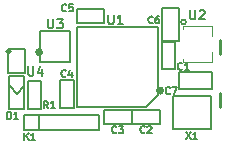
<source format=gto>
G04 #@! TF.GenerationSoftware,KiCad,Pcbnew,5.0.0-rc3+dfsg1-2*
G04 #@! TF.CreationDate,2018-08-20T10:01:45+09:00*
G04 #@! TF.ProjectId,fst-01,6673742D30312E6B696361645F706362,rev?*
G04 #@! TF.SameCoordinates,PX791ddc0PY5e69114*
G04 #@! TF.FileFunction,Legend,Top*
G04 #@! TF.FilePolarity,Positive*
%FSLAX46Y46*%
G04 Gerber Fmt 4.6, Leading zero omitted, Abs format (unit mm)*
G04 Created by KiCad (PCBNEW 5.0.0-rc3+dfsg1-2) date Mon Aug 20 10:01:45 2018*
%MOMM*%
%LPD*%
G01*
G04 APERTURE LIST*
%ADD10C,0.254000*%
%ADD11C,0.300000*%
%ADD12C,0.150000*%
%ADD13C,0.120000*%
%ADD14C,0.200000*%
%ADD15C,0.152400*%
%ADD16C,0.149860*%
G04 APERTURE END LIST*
D10*
G04 #@! TO.C,J1*
X0Y-1700000D02*
X0Y-2900000D01*
X0Y1600000D02*
X0Y2800000D01*
D11*
G04 #@! TO.C,U4*
X-17850000Y1800000D02*
G75*
G03X-17850000Y1800000I-100000J0D01*
G01*
D12*
X-17950000Y2000000D02*
X-16550000Y2000000D01*
X-16550000Y2000000D02*
X-16550000Y0D01*
X-16550000Y0D02*
X-17950000Y0D01*
X-17950000Y0D02*
X-17950000Y2000000D01*
D13*
G04 #@! TO.C,U2*
X-3130000Y1140000D02*
X-3130000Y940000D01*
X-3130000Y3940000D02*
X-3130000Y3740000D01*
D14*
X-2930000Y4290000D02*
G75*
G03X-2930000Y4290000I-200000J0D01*
G01*
D13*
X-730000Y940000D02*
X-3130000Y940000D01*
X-730000Y3940000D02*
X-3130000Y3940000D01*
X-730000Y3940000D02*
X-730000Y3090000D01*
X-730000Y940000D02*
X-730000Y1790000D01*
D12*
G04 #@! TO.C,U3*
X-12700000Y940000D02*
X-15300000Y940000D01*
X-15300000Y3540000D02*
X-12700000Y3540000D01*
D11*
X-15170000Y1740000D02*
G75*
G03X-15170000Y1740000I-180000J0D01*
G01*
D12*
X-12700000Y3540000D02*
X-12700000Y940000D01*
X-15300000Y3540000D02*
X-15300000Y940000D01*
G04 #@! TO.C,X1*
X-4030000Y-4780000D02*
X-4030000Y-1980000D01*
X-830000Y-4780000D02*
X-4030000Y-4780000D01*
X-830000Y-1980000D02*
X-830000Y-4780000D01*
X-4030000Y-1980000D02*
X-830000Y-1980000D01*
G04 #@! TO.C,D1*
X-16650000Y-1120000D02*
X-17250000Y-1820000D01*
X-17250000Y-1820000D02*
X-17850000Y-1120000D01*
X-17874840Y-3034140D02*
X-16625160Y-3034140D01*
X-16625160Y-3034140D02*
X-16625160Y-285860D01*
X-16625160Y-285860D02*
X-17874840Y-285860D01*
X-17874840Y-285860D02*
X-17874840Y-3034140D01*
G04 #@! TO.C,K1*
X-15367000Y-3543300D02*
X-15367000Y-4813300D01*
D15*
X-16637000Y-4813300D02*
X-16637000Y-3543300D01*
X-16637000Y-3543300D02*
X-10287000Y-3543300D01*
X-10274300Y-3543300D02*
X-10274300Y-4813300D01*
X-10287000Y-4813300D02*
X-16637000Y-4813300D01*
D12*
G04 #@! TO.C,U1*
X-6300000Y-2910000D02*
X-12100000Y-2910000D01*
X-12100000Y3890000D02*
X-5300000Y3890000D01*
X-12100000Y-2910000D02*
X-12100000Y3890000D01*
X-5300000Y-1910000D02*
X-5300000Y3890000D01*
X-6300000Y-2910000D02*
X-5300000Y-1910000D01*
D11*
X-4920000Y-1510000D02*
G75*
G03X-4920000Y-1510000I-180000J0D01*
G01*
D16*
G04 #@! TO.C,R1*
X-15175960Y-3036020D02*
X-16324040Y-3036020D01*
X-16324040Y-3036020D02*
X-16324040Y-683980D01*
X-16324040Y-683980D02*
X-15175960Y-683980D01*
X-15175960Y-683980D02*
X-15175960Y-3036020D01*
G04 #@! TO.C,C7*
X-3499540Y63900D02*
X-675060Y63900D01*
X-3499540Y-1383900D02*
X-3499540Y63900D01*
X-675060Y-1383900D02*
X-3499540Y-1383900D01*
X-675060Y63900D02*
X-675060Y-1383900D01*
G04 #@! TO.C,C1*
X-4974040Y2636020D02*
X-3825960Y2636020D01*
X-4974040Y283980D02*
X-4974040Y2636020D01*
X-3825960Y283980D02*
X-4974040Y283980D01*
X-3825960Y2636020D02*
X-3825960Y283980D01*
G04 #@! TO.C,C2*
X-5123980Y-3185960D02*
X-5123980Y-4334040D01*
X-7476020Y-3185960D02*
X-5123980Y-3185960D01*
X-7476020Y-4334040D02*
X-7476020Y-3185960D01*
X-5123980Y-4334040D02*
X-7476020Y-4334040D01*
G04 #@! TO.C,C5*
X-12176020Y4215960D02*
X-12176020Y5364040D01*
X-9823980Y4215960D02*
X-12176020Y4215960D01*
X-9823980Y5364040D02*
X-9823980Y4215960D01*
X-12176020Y5364040D02*
X-9823980Y5364040D01*
G04 #@! TO.C,C4*
X-12425960Y-2956020D02*
X-13574040Y-2956020D01*
X-12425960Y-603980D02*
X-12425960Y-2956020D01*
X-13574040Y-603980D02*
X-12425960Y-603980D01*
X-13574040Y-2956020D02*
X-13574040Y-603980D01*
G04 #@! TO.C,C3*
X-7523980Y-3185960D02*
X-7523980Y-4334040D01*
X-9876020Y-3185960D02*
X-7523980Y-3185960D01*
X-9876020Y-4334040D02*
X-9876020Y-3185960D01*
X-7523980Y-4334040D02*
X-9876020Y-4334040D01*
G04 #@! TO.C,C6*
X-3526100Y5499540D02*
X-3526100Y2675060D01*
X-4973900Y5499540D02*
X-3526100Y5499540D01*
X-4973900Y2675060D02*
X-4973900Y5499540D01*
X-3526100Y2675060D02*
X-4973900Y2675060D01*
G04 #@! TO.C,U4*
D12*
X-16281324Y549396D02*
X-16281324Y-98223D01*
X-16243229Y-174414D01*
X-16205134Y-212509D01*
X-16128943Y-250604D01*
X-15976562Y-250604D01*
X-15900372Y-212509D01*
X-15862277Y-174414D01*
X-15824181Y-98223D01*
X-15824181Y549396D01*
X-15100372Y282729D02*
X-15100372Y-250604D01*
X-15290848Y587491D02*
X-15481324Y16062D01*
X-14986086Y16062D01*
G04 #@! TO.C,U2*
X-2564924Y5316496D02*
X-2564924Y4668877D01*
X-2526829Y4592686D01*
X-2488734Y4554591D01*
X-2412543Y4516496D01*
X-2260162Y4516496D01*
X-2183972Y4554591D01*
X-2145877Y4592686D01*
X-2107781Y4668877D01*
X-2107781Y5316496D01*
X-1764924Y5240305D02*
X-1726829Y5278400D01*
X-1650639Y5316496D01*
X-1460162Y5316496D01*
X-1383972Y5278400D01*
X-1345877Y5240305D01*
X-1307781Y5164115D01*
X-1307781Y5087924D01*
X-1345877Y4973639D01*
X-1803020Y4516496D01*
X-1307781Y4516496D01*
G04 #@! TO.C,U3*
D15*
X-14605000Y4556450D02*
X-14605000Y3908750D01*
X-14566900Y3832550D01*
X-14528800Y3794450D01*
X-14452600Y3756350D01*
X-14300200Y3756350D01*
X-14224000Y3794450D01*
X-14185900Y3832550D01*
X-14147800Y3908750D01*
X-14147800Y4556450D01*
X-13843000Y4556450D02*
X-13347700Y4556450D01*
X-13614400Y4251650D01*
X-13500100Y4251650D01*
X-13423900Y4213550D01*
X-13385800Y4175450D01*
X-13347700Y4099250D01*
X-13347700Y3908750D01*
X-13385800Y3832550D01*
X-13423900Y3794450D01*
X-13500100Y3756350D01*
X-13728700Y3756350D01*
X-13804900Y3794450D01*
X-13843000Y3832550D01*
G04 #@! TO.C,X1*
D12*
X-2897935Y-5030088D02*
X-2497935Y-5630088D01*
X-2497935Y-5030088D02*
X-2897935Y-5630088D01*
X-1955078Y-5630088D02*
X-2297935Y-5630088D01*
X-2126506Y-5630088D02*
X-2126506Y-5030088D01*
X-2183649Y-5115802D01*
X-2240792Y-5172945D01*
X-2297935Y-5201517D01*
G04 #@! TO.C,D1*
X-18042658Y-3922828D02*
X-18042658Y-3322828D01*
X-17899800Y-3322828D01*
X-17814086Y-3351400D01*
X-17756943Y-3408542D01*
X-17728372Y-3465685D01*
X-17699800Y-3579971D01*
X-17699800Y-3665685D01*
X-17728372Y-3779971D01*
X-17756943Y-3837114D01*
X-17814086Y-3894257D01*
X-17899800Y-3922828D01*
X-18042658Y-3922828D01*
X-17128372Y-3922828D02*
X-17471229Y-3922828D01*
X-17299800Y-3922828D02*
X-17299800Y-3322828D01*
X-17356943Y-3408542D01*
X-17414086Y-3465685D01*
X-17471229Y-3494257D01*
G04 #@! TO.C,K1*
X-16584558Y-5668928D02*
X-16584558Y-5068928D01*
X-16241700Y-5668928D02*
X-16498843Y-5326071D01*
X-16241700Y-5068928D02*
X-16584558Y-5411785D01*
X-15670272Y-5668928D02*
X-16013129Y-5668928D01*
X-15841700Y-5668928D02*
X-15841700Y-5068928D01*
X-15898843Y-5154642D01*
X-15955986Y-5211785D01*
X-16013129Y-5240357D01*
G04 #@! TO.C,U1*
D15*
X-9504828Y4900581D02*
X-9504828Y4252881D01*
X-9466728Y4176681D01*
X-9428628Y4138581D01*
X-9352428Y4100481D01*
X-9200028Y4100481D01*
X-9123828Y4138581D01*
X-9085728Y4176681D01*
X-9047628Y4252881D01*
X-9047628Y4900581D01*
X-8247528Y4100481D02*
X-8704728Y4100481D01*
X-8476128Y4100481D02*
X-8476128Y4900581D01*
X-8552328Y4786281D01*
X-8628528Y4710081D01*
X-8704728Y4671981D01*
G04 #@! TO.C,R1*
D12*
X-14591500Y-3008428D02*
X-14791500Y-2722714D01*
X-14934358Y-3008428D02*
X-14934358Y-2408428D01*
X-14705786Y-2408428D01*
X-14648643Y-2437000D01*
X-14620072Y-2465571D01*
X-14591500Y-2522714D01*
X-14591500Y-2608428D01*
X-14620072Y-2665571D01*
X-14648643Y-2694142D01*
X-14705786Y-2722714D01*
X-14934358Y-2722714D01*
X-14020072Y-3008428D02*
X-14362929Y-3008428D01*
X-14191500Y-3008428D02*
X-14191500Y-2408428D01*
X-14248643Y-2494142D01*
X-14305786Y-2551285D01*
X-14362929Y-2579857D01*
G04 #@! TO.C,C7*
X-4275000Y-1739285D02*
X-4303572Y-1767857D01*
X-4389286Y-1796428D01*
X-4446429Y-1796428D01*
X-4532143Y-1767857D01*
X-4589286Y-1710714D01*
X-4617858Y-1653571D01*
X-4646429Y-1539285D01*
X-4646429Y-1453571D01*
X-4617858Y-1339285D01*
X-4589286Y-1282142D01*
X-4532143Y-1225000D01*
X-4446429Y-1196428D01*
X-4389286Y-1196428D01*
X-4303572Y-1225000D01*
X-4275000Y-1253571D01*
X-4075000Y-1196428D02*
X-3675000Y-1196428D01*
X-3932143Y-1796428D01*
G04 #@! TO.C,C1*
X-3249600Y318615D02*
X-3278172Y290043D01*
X-3363886Y261472D01*
X-3421029Y261472D01*
X-3506743Y290043D01*
X-3563886Y347186D01*
X-3592458Y404329D01*
X-3621029Y518615D01*
X-3621029Y604329D01*
X-3592458Y718615D01*
X-3563886Y775758D01*
X-3506743Y832900D01*
X-3421029Y861472D01*
X-3363886Y861472D01*
X-3278172Y832900D01*
X-3249600Y804329D01*
X-2678172Y261472D02*
X-3021029Y261472D01*
X-2849600Y261472D02*
X-2849600Y861472D01*
X-2906743Y775758D01*
X-2963886Y718615D01*
X-3021029Y690043D01*
G04 #@! TO.C,C2*
X-6400000Y-5053785D02*
X-6428572Y-5082357D01*
X-6514286Y-5110928D01*
X-6571429Y-5110928D01*
X-6657143Y-5082357D01*
X-6714286Y-5025214D01*
X-6742858Y-4968071D01*
X-6771429Y-4853785D01*
X-6771429Y-4768071D01*
X-6742858Y-4653785D01*
X-6714286Y-4596642D01*
X-6657143Y-4539500D01*
X-6571429Y-4510928D01*
X-6514286Y-4510928D01*
X-6428572Y-4539500D01*
X-6400000Y-4568071D01*
X-6171429Y-4568071D02*
X-6142858Y-4539500D01*
X-6085715Y-4510928D01*
X-5942858Y-4510928D01*
X-5885715Y-4539500D01*
X-5857143Y-4568071D01*
X-5828572Y-4625214D01*
X-5828572Y-4682357D01*
X-5857143Y-4768071D01*
X-6200000Y-5110928D01*
X-5828572Y-5110928D01*
G04 #@! TO.C,C5*
X-13058340Y5256435D02*
X-13086912Y5227863D01*
X-13172626Y5199292D01*
X-13229769Y5199292D01*
X-13315483Y5227863D01*
X-13372626Y5285006D01*
X-13401198Y5342149D01*
X-13429769Y5456435D01*
X-13429769Y5542149D01*
X-13401198Y5656435D01*
X-13372626Y5713578D01*
X-13315483Y5770720D01*
X-13229769Y5799292D01*
X-13172626Y5799292D01*
X-13086912Y5770720D01*
X-13058340Y5742149D01*
X-12515483Y5799292D02*
X-12801198Y5799292D01*
X-12829769Y5513578D01*
X-12801198Y5542149D01*
X-12744055Y5570720D01*
X-12601198Y5570720D01*
X-12544055Y5542149D01*
X-12515483Y5513578D01*
X-12486912Y5456435D01*
X-12486912Y5313578D01*
X-12515483Y5256435D01*
X-12544055Y5227863D01*
X-12601198Y5199292D01*
X-12744055Y5199292D01*
X-12801198Y5227863D01*
X-12829769Y5256435D01*
G04 #@! TO.C,C4*
X-13104800Y-317885D02*
X-13133372Y-346457D01*
X-13219086Y-375028D01*
X-13276229Y-375028D01*
X-13361943Y-346457D01*
X-13419086Y-289314D01*
X-13447658Y-232171D01*
X-13476229Y-117885D01*
X-13476229Y-32171D01*
X-13447658Y82115D01*
X-13419086Y139258D01*
X-13361943Y196400D01*
X-13276229Y224972D01*
X-13219086Y224972D01*
X-13133372Y196400D01*
X-13104800Y167829D01*
X-12590515Y24972D02*
X-12590515Y-375028D01*
X-12733372Y253543D02*
X-12876229Y-175028D01*
X-12504800Y-175028D01*
G04 #@! TO.C,C3*
X-8800000Y-5053785D02*
X-8828572Y-5082357D01*
X-8914286Y-5110928D01*
X-8971429Y-5110928D01*
X-9057143Y-5082357D01*
X-9114286Y-5025214D01*
X-9142858Y-4968071D01*
X-9171429Y-4853785D01*
X-9171429Y-4768071D01*
X-9142858Y-4653785D01*
X-9114286Y-4596642D01*
X-9057143Y-4539500D01*
X-8971429Y-4510928D01*
X-8914286Y-4510928D01*
X-8828572Y-4539500D01*
X-8800000Y-4568071D01*
X-8600000Y-4510928D02*
X-8228572Y-4510928D01*
X-8428572Y-4739500D01*
X-8342858Y-4739500D01*
X-8285715Y-4768071D01*
X-8257143Y-4796642D01*
X-8228572Y-4853785D01*
X-8228572Y-4996642D01*
X-8257143Y-5053785D01*
X-8285715Y-5082357D01*
X-8342858Y-5110928D01*
X-8514286Y-5110928D01*
X-8571429Y-5082357D01*
X-8600000Y-5053785D01*
G04 #@! TO.C,C6*
X-5726100Y4241515D02*
X-5754672Y4212943D01*
X-5840386Y4184372D01*
X-5897529Y4184372D01*
X-5983243Y4212943D01*
X-6040386Y4270086D01*
X-6068958Y4327229D01*
X-6097529Y4441515D01*
X-6097529Y4527229D01*
X-6068958Y4641515D01*
X-6040386Y4698658D01*
X-5983243Y4755800D01*
X-5897529Y4784372D01*
X-5840386Y4784372D01*
X-5754672Y4755800D01*
X-5726100Y4727229D01*
X-5211815Y4784372D02*
X-5326100Y4784372D01*
X-5383243Y4755800D01*
X-5411815Y4727229D01*
X-5468958Y4641515D01*
X-5497529Y4527229D01*
X-5497529Y4298658D01*
X-5468958Y4241515D01*
X-5440386Y4212943D01*
X-5383243Y4184372D01*
X-5268958Y4184372D01*
X-5211815Y4212943D01*
X-5183243Y4241515D01*
X-5154672Y4298658D01*
X-5154672Y4441515D01*
X-5183243Y4498658D01*
X-5211815Y4527229D01*
X-5268958Y4555800D01*
X-5383243Y4555800D01*
X-5440386Y4527229D01*
X-5468958Y4498658D01*
X-5497529Y4441515D01*
G04 #@! TD*
M02*

</source>
